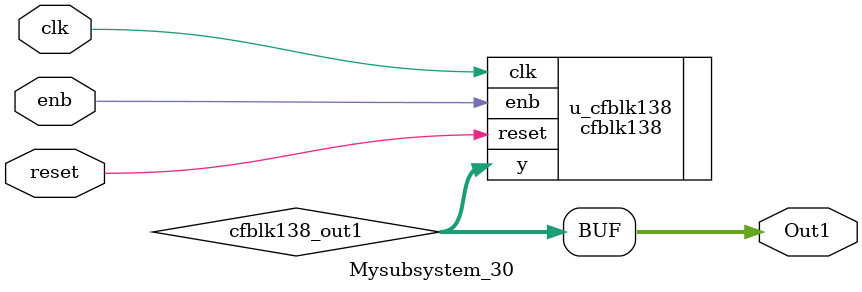
<source format=v>



`timescale 1 ns / 1 ns

module Mysubsystem_30
          (clk,
           reset,
           enb,
           Out1);


  input   clk;
  input   reset;
  input   enb;
  output  [15:0] Out1;  // uint16


  wire [15:0] cfblk138_out1;  // uint16


  cfblk138 u_cfblk138 (.clk(clk),
                       .reset(reset),
                       .enb(enb),
                       .y(cfblk138_out1)  // uint16
                       );

  assign Out1 = cfblk138_out1;

endmodule  // Mysubsystem_30


</source>
